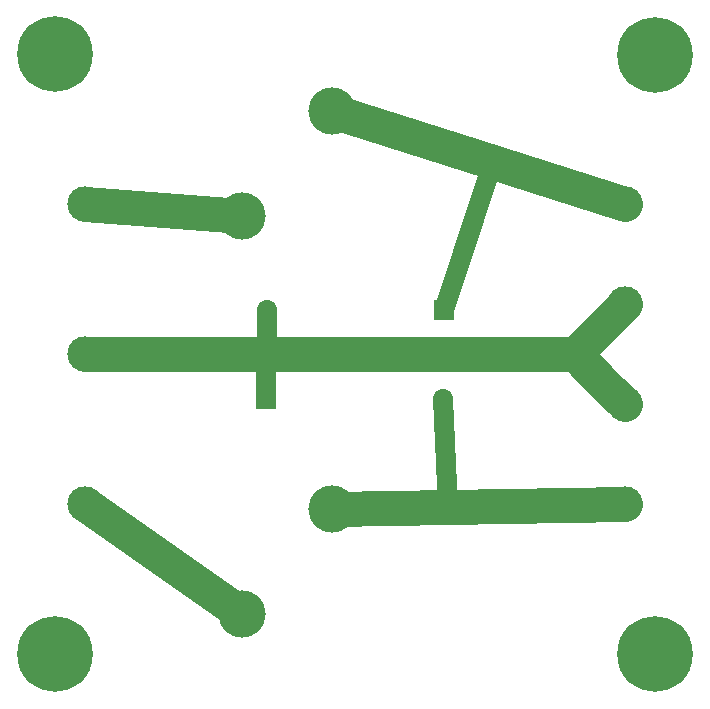
<source format=gbr>
G04 #@! TF.GenerationSoftware,KiCad,Pcbnew,(5.0.0)*
G04 #@! TF.CreationDate,2018-08-28T13:44:09+03:00*
G04 #@! TF.ProjectId,LCF05,4C434630352E6B696361645F70636200,rev?*
G04 #@! TF.SameCoordinates,Original*
G04 #@! TF.FileFunction,Copper,L2,Bot,Signal*
G04 #@! TF.FilePolarity,Positive*
%FSLAX46Y46*%
G04 Gerber Fmt 4.6, Leading zero omitted, Abs format (unit mm)*
G04 Created by KiCad (PCBNEW (5.0.0)) date 08/28/18 13:44:09*
%MOMM*%
%LPD*%
G01*
G04 APERTURE LIST*
G04 #@! TA.AperFunction,ComponentPad*
%ADD10C,6.400000*%
G04 #@! TD*
G04 #@! TA.AperFunction,ComponentPad*
%ADD11C,3.000000*%
G04 #@! TD*
G04 #@! TA.AperFunction,ComponentPad*
%ADD12C,4.000000*%
G04 #@! TD*
G04 #@! TA.AperFunction,ComponentPad*
%ADD13R,1.700000X1.700000*%
G04 #@! TD*
G04 #@! TA.AperFunction,ComponentPad*
%ADD14C,1.700000*%
G04 #@! TD*
G04 #@! TA.AperFunction,Conductor*
%ADD15C,3.000000*%
G04 #@! TD*
G04 #@! TA.AperFunction,Conductor*
%ADD16C,1.700000*%
G04 #@! TD*
G04 APERTURE END LIST*
D10*
G04 #@! TO.P,REF\002A\002A,*
G04 #@! TO.N,*
X172720000Y-91440000D03*
G04 #@! TD*
G04 #@! TO.P,REF\002A\002A,*
G04 #@! TO.N,*
X121920000Y-91440000D03*
G04 #@! TD*
G04 #@! TO.P,REF\002A\002A,*
G04 #@! TO.N,*
X121920000Y-40640000D03*
G04 #@! TD*
D11*
G04 #@! TO.P,P7,1*
G04 #@! TO.N,Net-(C2-Pad2)*
X170180000Y-78740000D03*
G04 #@! TD*
G04 #@! TO.P,P4,1*
G04 #@! TO.N,Net-(C1-Pad1)*
X170180000Y-53340000D03*
G04 #@! TD*
G04 #@! TO.P,P5,1*
G04 #@! TO.N,GND*
X170180000Y-61806666D03*
G04 #@! TD*
G04 #@! TO.P,P6,1*
G04 #@! TO.N,GND*
X170180000Y-70273332D03*
G04 #@! TD*
D12*
G04 #@! TO.P,L2,2*
G04 #@! TO.N,Net-(L2-Pad2)*
X137795000Y-88011000D03*
G04 #@! TO.P,L2,1*
G04 #@! TO.N,Net-(C2-Pad2)*
X145415000Y-79121000D03*
G04 #@! TD*
G04 #@! TO.P,L1,2*
G04 #@! TO.N,Net-(L1-Pad2)*
X137795000Y-54356000D03*
G04 #@! TO.P,L1,1*
G04 #@! TO.N,Net-(C1-Pad1)*
X145415000Y-45466000D03*
G04 #@! TD*
D13*
G04 #@! TO.P,C1,1*
G04 #@! TO.N,Net-(C1-Pad1)*
X154876500Y-62293500D03*
D14*
G04 #@! TO.P,C1,2*
G04 #@! TO.N,GND*
X139876500Y-62293500D03*
G04 #@! TD*
D13*
G04 #@! TO.P,C2,1*
G04 #@! TO.N,GND*
X139827000Y-69850000D03*
D14*
G04 #@! TO.P,C2,2*
G04 #@! TO.N,Net-(C2-Pad2)*
X154827000Y-69850000D03*
G04 #@! TD*
D11*
G04 #@! TO.P,P1,1*
G04 #@! TO.N,Net-(L1-Pad2)*
X124460000Y-53340000D03*
G04 #@! TD*
G04 #@! TO.P,P2,1*
G04 #@! TO.N,GND*
X124460000Y-66040000D03*
G04 #@! TD*
G04 #@! TO.P,P3,1*
G04 #@! TO.N,Net-(L2-Pad2)*
X124460000Y-78740000D03*
G04 #@! TD*
D10*
G04 #@! TO.P,REF\002A\002A,*
G04 #@! TO.N,*
X172783500Y-40703500D03*
G04 #@! TD*
D15*
G04 #@! TO.N,Net-(C1-Pad1)*
X145415000Y-45466000D02*
X158997907Y-49784668D01*
X158997907Y-49784668D02*
X170180000Y-53340000D01*
D16*
X154876500Y-62293500D02*
X158997907Y-49784668D01*
G04 #@! TO.N,GND*
X139827000Y-66089500D02*
X139876500Y-66040000D01*
X139827000Y-69850000D02*
X139827000Y-66089500D01*
X139876500Y-62293500D02*
X139876500Y-66040000D01*
D15*
X165946666Y-66040000D02*
X170180000Y-61806666D01*
X124460000Y-66040000D02*
X165946666Y-66040000D01*
X168679999Y-68773333D02*
X165946666Y-66040000D01*
X170180000Y-70273332D02*
X168679999Y-68773333D01*
G04 #@! TO.N,Net-(C2-Pad2)*
X145415000Y-79121000D02*
X155193319Y-78970564D01*
X155193319Y-78970564D02*
X170180000Y-78740000D01*
D16*
X154827000Y-69850000D02*
X155193319Y-78970564D01*
D15*
G04 #@! TO.N,Net-(L1-Pad2)*
X124460000Y-53340000D02*
X137795000Y-54356000D01*
G04 #@! TO.N,Net-(L2-Pad2)*
X124460000Y-78740000D02*
X137795000Y-88011000D01*
G04 #@! TD*
M02*

</source>
